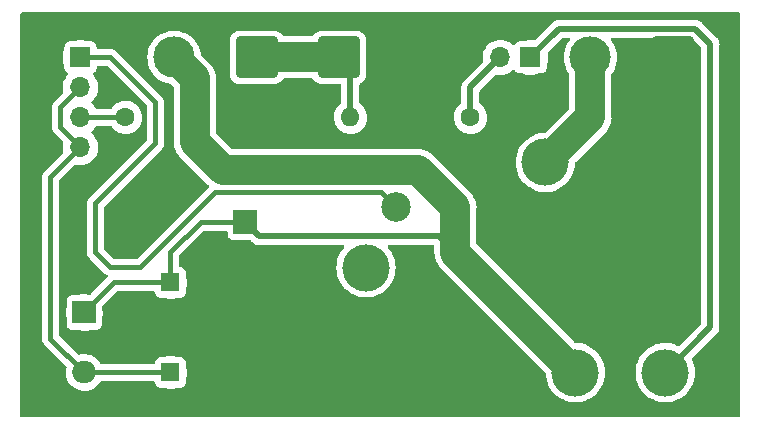
<source format=gbr>
%TF.GenerationSoftware,KiCad,Pcbnew,7.0.10-7.0.10~ubuntu22.04.1*%
%TF.CreationDate,2024-04-02T17:14:39-04:00*%
%TF.ProjectId,ground-test-controller,67726f75-6e64-42d7-9465-73742d636f6e,rev?*%
%TF.SameCoordinates,Original*%
%TF.FileFunction,Copper,L2,Bot*%
%TF.FilePolarity,Positive*%
%FSLAX46Y46*%
G04 Gerber Fmt 4.6, Leading zero omitted, Abs format (unit mm)*
G04 Created by KiCad (PCBNEW 7.0.10-7.0.10~ubuntu22.04.1) date 2024-04-02 17:14:39*
%MOMM*%
%LPD*%
G01*
G04 APERTURE LIST*
G04 Aperture macros list*
%AMRoundRect*
0 Rectangle with rounded corners*
0 $1 Rounding radius*
0 $2 $3 $4 $5 $6 $7 $8 $9 X,Y pos of 4 corners*
0 Add a 4 corners polygon primitive as box body*
4,1,4,$2,$3,$4,$5,$6,$7,$8,$9,$2,$3,0*
0 Add four circle primitives for the rounded corners*
1,1,$1+$1,$2,$3*
1,1,$1+$1,$4,$5*
1,1,$1+$1,$6,$7*
1,1,$1+$1,$8,$9*
0 Add four rect primitives between the rounded corners*
20,1,$1+$1,$2,$3,$4,$5,0*
20,1,$1+$1,$4,$5,$6,$7,0*
20,1,$1+$1,$6,$7,$8,$9,0*
20,1,$1+$1,$8,$9,$2,$3,0*%
G04 Aperture macros list end*
%TA.AperFunction,ComponentPad*%
%ADD10C,4.000000*%
%TD*%
%TA.AperFunction,ComponentPad*%
%ADD11C,2.500000*%
%TD*%
%TA.AperFunction,ComponentPad*%
%ADD12C,1.600000*%
%TD*%
%TA.AperFunction,ComponentPad*%
%ADD13R,1.600000X1.600000*%
%TD*%
%TA.AperFunction,ComponentPad*%
%ADD14O,2.000000X1.905000*%
%TD*%
%TA.AperFunction,ComponentPad*%
%ADD15R,2.000000X1.905000*%
%TD*%
%TA.AperFunction,ComponentPad*%
%ADD16O,1.600000X1.600000*%
%TD*%
%TA.AperFunction,ComponentPad*%
%ADD17O,1.700000X1.700000*%
%TD*%
%TA.AperFunction,ComponentPad*%
%ADD18R,1.700000X1.700000*%
%TD*%
%TA.AperFunction,ComponentPad*%
%ADD19C,3.500000*%
%TD*%
%TA.AperFunction,ComponentPad*%
%ADD20RoundRect,0.250002X-1.499998X-1.499998X1.499998X-1.499998X1.499998X1.499998X-1.499998X1.499998X0*%
%TD*%
%TA.AperFunction,ComponentPad*%
%ADD21C,2.000000*%
%TD*%
%TA.AperFunction,ComponentPad*%
%ADD22R,2.000000X2.000000*%
%TD*%
%TA.AperFunction,ComponentPad*%
%ADD23RoundRect,0.250002X1.499998X1.499998X-1.499998X1.499998X-1.499998X-1.499998X1.499998X-1.499998X0*%
%TD*%
%TA.AperFunction,Conductor*%
%ADD24C,2.540000*%
%TD*%
%TA.AperFunction,Conductor*%
%ADD25C,0.508000*%
%TD*%
%TA.AperFunction,Conductor*%
%ADD26C,0.400000*%
%TD*%
G04 APERTURE END LIST*
D10*
%TO.P,K1,6*%
%TO.N,/VSW*%
X73660000Y-55900000D03*
%TO.P,K1,5*%
%TO.N,/TEST*%
X81260000Y-55900000D03*
%TO.P,K1,4*%
%TO.N,/OUT*%
X71120000Y-38100000D03*
%TO.P,K1,3*%
%TO.N,Net-(K1-Pad3)*%
X55920000Y-47000000D03*
D11*
%TO.P,K1,2*%
%TO.N,/COIL*%
X58460000Y-41900000D03*
%TO.P,K1,1*%
%TO.N,GND*%
X58460000Y-52100000D03*
%TD*%
D12*
%TO.P,C1,2*%
%TO.N,GND*%
X41870000Y-48260000D03*
D13*
%TO.P,C1,1*%
%TO.N,/VSW*%
X39370000Y-48260000D03*
%TD*%
D14*
%TO.P,U1,3,VO*%
%TO.N,+5V*%
X32075000Y-55880000D03*
%TO.P,U1,2,GND*%
%TO.N,GND*%
X32075000Y-53340000D03*
D15*
%TO.P,U1,1,VI*%
%TO.N,/VSW*%
X32075000Y-50800000D03*
%TD*%
D16*
%TO.P,R1,2*%
%TO.N,GND*%
X35560000Y-44450000D03*
D12*
%TO.P,R1,1*%
%TO.N,/ALED*%
X35560000Y-34290000D03*
%TD*%
D17*
%TO.P,SW2,4,A*%
%TO.N,+5V*%
X31750000Y-36830000D03*
%TO.P,SW2,3,K*%
%TO.N,/ALED*%
X31750000Y-34290000D03*
%TO.P,SW2,2,2*%
%TO.N,+5V*%
X31750000Y-31750000D03*
D18*
%TO.P,SW2,1,1*%
%TO.N,/COIL*%
X31750000Y-29210000D03*
%TD*%
D16*
%TO.P,R2,2*%
%TO.N,+BATT*%
X54610000Y-34290000D03*
D12*
%TO.P,R2,1*%
%TO.N,/TLED*%
X64770000Y-34290000D03*
%TD*%
D19*
%TO.P,BT1,2,-*%
%TO.N,GND*%
X60650000Y-29210000D03*
D20*
%TO.P,BT1,1,+*%
%TO.N,+BATT*%
X53650000Y-29210000D03*
%TD*%
D21*
%TO.P,BZ1,2,+*%
%TO.N,GND*%
X45720000Y-35570000D03*
D22*
%TO.P,BZ1,1,-*%
%TO.N,/VSW*%
X45720000Y-43170000D03*
%TD*%
D19*
%TO.P,LA1,2,+*%
%TO.N,/OUT*%
X74930000Y-29210000D03*
D23*
%TO.P,LA1,1,-*%
%TO.N,GND*%
X81930000Y-29210000D03*
%TD*%
D19*
%TO.P,SW1,2,B*%
%TO.N,/VSW*%
X39680000Y-29210000D03*
D23*
%TO.P,SW1,1,A*%
%TO.N,+BATT*%
X46680000Y-29210000D03*
%TD*%
D12*
%TO.P,C2,2*%
%TO.N,GND*%
X41870000Y-55880000D03*
D13*
%TO.P,C2,1*%
%TO.N,+5V*%
X39370000Y-55880000D03*
%TD*%
D17*
%TO.P,D1,2,A*%
%TO.N,/TLED*%
X67310000Y-29210000D03*
D18*
%TO.P,D1,1,K*%
%TO.N,/TEST*%
X69850000Y-29210000D03*
%TD*%
D24*
%TO.N,/VSW*%
X41429999Y-36349999D02*
X43850000Y-38770000D01*
D25*
%TO.N,/TEST*%
X83811376Y-26806000D02*
X85090000Y-28084624D01*
%TO.N,/VSW*%
X45720000Y-43170000D02*
X46896000Y-44346000D01*
X62106000Y-44346000D02*
X63500000Y-45740000D01*
D26*
%TO.N,/COIL*%
X34290000Y-46990000D02*
X33020000Y-45720000D01*
X38100000Y-36500000D02*
X38100000Y-33020000D01*
%TO.N,+5V*%
X30050000Y-33450000D02*
X30050000Y-35130000D01*
D24*
%TO.N,/VSW*%
X39680000Y-29210000D02*
X41429999Y-30959999D01*
X41429999Y-30959999D02*
X41429999Y-36349999D01*
X43850000Y-38770000D02*
X60360000Y-38770000D01*
X60360000Y-38770000D02*
X63500000Y-41910000D01*
X63500000Y-41910000D02*
X63500000Y-45740000D01*
D25*
%TO.N,/TEST*%
X69850000Y-29210000D02*
X72254000Y-26806000D01*
X72254000Y-26806000D02*
X83811376Y-26806000D01*
X85090000Y-28084624D02*
X85090000Y-52070000D01*
X85090000Y-52070000D02*
X81260000Y-55900000D01*
%TO.N,/TLED*%
X64770000Y-34290000D02*
X64770000Y-31750000D01*
X64770000Y-31750000D02*
X67310000Y-29210000D01*
%TO.N,+BATT*%
X54610000Y-34290000D02*
X54610000Y-30170000D01*
X54610000Y-30170000D02*
X53650000Y-29210000D01*
D24*
X46680000Y-29210000D02*
X53650000Y-29210000D01*
D25*
%TO.N,/VSW*%
X46896000Y-44346000D02*
X62106000Y-44346000D01*
D24*
X63500000Y-45740000D02*
X73660000Y-55900000D01*
D25*
%TO.N,+BATT*%
X53650000Y-29520000D02*
X53650000Y-29210000D01*
D24*
%TO.N,/OUT*%
X71120000Y-38100000D02*
X74930000Y-34290000D01*
X74930000Y-34290000D02*
X74930000Y-29210000D01*
D26*
%TO.N,/COIL*%
X58460000Y-41900000D02*
X57200000Y-40640000D01*
X57200000Y-40640000D02*
X43180000Y-40640000D01*
X43180000Y-40640000D02*
X36830000Y-46990000D01*
X36830000Y-46990000D02*
X34290000Y-46990000D01*
X33020000Y-45720000D02*
X33020000Y-41580000D01*
X33020000Y-41580000D02*
X38100000Y-36500000D01*
X38100000Y-33020000D02*
X34290000Y-29210000D01*
X34290000Y-29210000D02*
X31750000Y-29210000D01*
%TO.N,+5V*%
X31750000Y-36830000D02*
X29210000Y-39370000D01*
X29210000Y-39370000D02*
X29210000Y-53015000D01*
X29210000Y-53015000D02*
X32075000Y-55880000D01*
%TO.N,/ALED*%
X31750000Y-34290000D02*
X35560000Y-34290000D01*
%TO.N,+5V*%
X31750000Y-31750000D02*
X30050000Y-33450000D01*
X30050000Y-35130000D02*
X31750000Y-36830000D01*
%TO.N,/VSW*%
X39370000Y-48260000D02*
X39370000Y-45720000D01*
X39370000Y-45720000D02*
X41920000Y-43170000D01*
X41920000Y-43170000D02*
X45720000Y-43170000D01*
X39370000Y-48260000D02*
X34615000Y-48260000D01*
X34615000Y-48260000D02*
X32075000Y-50800000D01*
%TO.N,+5V*%
X39370000Y-55880000D02*
X32075000Y-55880000D01*
%TD*%
%TA.AperFunction,Conductor*%
%TO.N,GND*%
G36*
X87571621Y-25420502D02*
G01*
X87618114Y-25474158D01*
X87629500Y-25526500D01*
X87629500Y-59563500D01*
X87609498Y-59631621D01*
X87555842Y-59678114D01*
X87503500Y-59689500D01*
X26796500Y-59689500D01*
X26728379Y-59669498D01*
X26681886Y-59615842D01*
X26670500Y-59563500D01*
X26670500Y-53058092D01*
X28497598Y-53058092D01*
X28508559Y-53117910D01*
X28509704Y-53125433D01*
X28517033Y-53185794D01*
X28517034Y-53185798D01*
X28520650Y-53195333D01*
X28526771Y-53217289D01*
X28528612Y-53227332D01*
X28553572Y-53282794D01*
X28556483Y-53289821D01*
X28571664Y-53329847D01*
X28578046Y-53346675D01*
X28583513Y-53354595D01*
X28583840Y-53355069D01*
X28595035Y-53374919D01*
X28599223Y-53384222D01*
X28599225Y-53384226D01*
X28636726Y-53432093D01*
X28641234Y-53438220D01*
X28675783Y-53488271D01*
X28675784Y-53488272D01*
X28675785Y-53488273D01*
X28699810Y-53509557D01*
X28721316Y-53528610D01*
X28726857Y-53533827D01*
X30543027Y-55349997D01*
X30577053Y-55412309D01*
X30577386Y-55464295D01*
X30530798Y-55692500D01*
X30520718Y-55942633D01*
X30520718Y-55942640D01*
X30550893Y-56191150D01*
X30550893Y-56191152D01*
X30620538Y-56431597D01*
X30620542Y-56431608D01*
X30727857Y-56657769D01*
X30727858Y-56657771D01*
X30727859Y-56657772D01*
X30800941Y-56763650D01*
X30870069Y-56863798D01*
X30870072Y-56863802D01*
X31042447Y-57043261D01*
X31043484Y-57044341D01*
X31243615Y-57194730D01*
X31243620Y-57194732D01*
X31243622Y-57194734D01*
X31465276Y-57311068D01*
X31465279Y-57311069D01*
X31702734Y-57390343D01*
X31949831Y-57430500D01*
X31949835Y-57430500D01*
X32137490Y-57430500D01*
X32137490Y-57430499D01*
X32324527Y-57415400D01*
X32567591Y-57355490D01*
X32797897Y-57257366D01*
X33009481Y-57123568D01*
X33196862Y-56957563D01*
X33355188Y-56763650D01*
X33419937Y-56651499D01*
X33471318Y-56602507D01*
X33529056Y-56588500D01*
X37935500Y-56588500D01*
X38003621Y-56608502D01*
X38050114Y-56662158D01*
X38061500Y-56714500D01*
X38061500Y-56728649D01*
X38068009Y-56789196D01*
X38068011Y-56789204D01*
X38119110Y-56926202D01*
X38119112Y-56926207D01*
X38206738Y-57043261D01*
X38323792Y-57130887D01*
X38323794Y-57130888D01*
X38323796Y-57130889D01*
X38382875Y-57152924D01*
X38460795Y-57181988D01*
X38460803Y-57181990D01*
X38521350Y-57188499D01*
X38521355Y-57188499D01*
X38521362Y-57188500D01*
X38847867Y-57188500D01*
X38889841Y-57195696D01*
X39015829Y-57240211D01*
X39250800Y-57280500D01*
X39250804Y-57280500D01*
X39429487Y-57280500D01*
X39429497Y-57280500D01*
X39607541Y-57265346D01*
X39838249Y-57205275D01*
X39850618Y-57199683D01*
X39902515Y-57188500D01*
X40218632Y-57188500D01*
X40218638Y-57188500D01*
X40218645Y-57188499D01*
X40218649Y-57188499D01*
X40279196Y-57181990D01*
X40279199Y-57181989D01*
X40279201Y-57181989D01*
X40416204Y-57130889D01*
X40442936Y-57110878D01*
X40533261Y-57043261D01*
X40620887Y-56926207D01*
X40620887Y-56926206D01*
X40620889Y-56926204D01*
X40671989Y-56789201D01*
X40678500Y-56728638D01*
X40678500Y-56408916D01*
X40684023Y-56372020D01*
X40732102Y-56215026D01*
X40744016Y-56176123D01*
X40744017Y-56176118D01*
X40744018Y-56176112D01*
X40774298Y-55939654D01*
X40774298Y-55939646D01*
X40764180Y-55701467D01*
X40739075Y-55584980D01*
X40713954Y-55468419D01*
X40712297Y-55464295D01*
X40687586Y-55402799D01*
X40678500Y-55355819D01*
X40678500Y-55031367D01*
X40678499Y-55031350D01*
X40671990Y-54970803D01*
X40671988Y-54970795D01*
X40620889Y-54833797D01*
X40620887Y-54833792D01*
X40533261Y-54716738D01*
X40416207Y-54629112D01*
X40416202Y-54629110D01*
X40279204Y-54578011D01*
X40279196Y-54578009D01*
X40218649Y-54571500D01*
X40218638Y-54571500D01*
X39892133Y-54571500D01*
X39850158Y-54564303D01*
X39804951Y-54548330D01*
X39724172Y-54519789D01*
X39677176Y-54511731D01*
X39489200Y-54479500D01*
X39310503Y-54479500D01*
X39310490Y-54479500D01*
X39132463Y-54494653D01*
X39132461Y-54494653D01*
X39132459Y-54494654D01*
X39037138Y-54519473D01*
X38901752Y-54554724D01*
X38893121Y-54558625D01*
X38889381Y-54560316D01*
X38837485Y-54571500D01*
X38521350Y-54571500D01*
X38460803Y-54578009D01*
X38460795Y-54578011D01*
X38323797Y-54629110D01*
X38323792Y-54629112D01*
X38206738Y-54716738D01*
X38119112Y-54833792D01*
X38119110Y-54833797D01*
X38068011Y-54970795D01*
X38068009Y-54970803D01*
X38061500Y-55031350D01*
X38061500Y-55045500D01*
X38041498Y-55113621D01*
X37987842Y-55160114D01*
X37935500Y-55171500D01*
X33534689Y-55171500D01*
X33466568Y-55151498D01*
X33426291Y-55105703D01*
X33424684Y-55106632D01*
X33422143Y-55102232D01*
X33422142Y-55102231D01*
X33422141Y-55102228D01*
X33279932Y-54896203D01*
X33279929Y-54896200D01*
X33279927Y-54896197D01*
X33106517Y-54715660D01*
X33071219Y-54689135D01*
X32906385Y-54565270D01*
X32906380Y-54565267D01*
X32906377Y-54565265D01*
X32684723Y-54448931D01*
X32684720Y-54448930D01*
X32447264Y-54369656D01*
X32200178Y-54329501D01*
X32200172Y-54329500D01*
X32200169Y-54329500D01*
X32012519Y-54329500D01*
X32012508Y-54329500D01*
X31825476Y-54344599D01*
X31825474Y-54344599D01*
X31666704Y-54383731D01*
X31595776Y-54380612D01*
X31547457Y-54350487D01*
X29955405Y-52758435D01*
X29921379Y-52696123D01*
X29918500Y-52669340D01*
X29918500Y-39715659D01*
X29938502Y-39647538D01*
X29955400Y-39626569D01*
X31263788Y-38318180D01*
X31326098Y-38284157D01*
X31383812Y-38285132D01*
X31419121Y-38294074D01*
X31502169Y-38315106D01*
X31502174Y-38315107D01*
X31502175Y-38315107D01*
X31502179Y-38315108D01*
X31687933Y-38330500D01*
X31687939Y-38330500D01*
X31812061Y-38330500D01*
X31812067Y-38330500D01*
X31997821Y-38315108D01*
X32238881Y-38254063D01*
X32466607Y-38154173D01*
X32674785Y-38018164D01*
X32857732Y-37849750D01*
X32857733Y-37849748D01*
X32857738Y-37849744D01*
X33010474Y-37653509D01*
X33128828Y-37434810D01*
X33209571Y-37199614D01*
X33250500Y-36954335D01*
X33250500Y-36705665D01*
X33209571Y-36460386D01*
X33128828Y-36225190D01*
X33010474Y-36006491D01*
X32857738Y-35810256D01*
X32857736Y-35810254D01*
X32857732Y-35810249D01*
X32686588Y-35652701D01*
X32650017Y-35591849D01*
X32652150Y-35520884D01*
X32686588Y-35467299D01*
X32857732Y-35309750D01*
X32857733Y-35309748D01*
X32857738Y-35309744D01*
X33010474Y-35113509D01*
X33025030Y-35086612D01*
X33036981Y-35064530D01*
X33086995Y-35014140D01*
X33147794Y-34998500D01*
X34281164Y-34998500D01*
X34349285Y-35018502D01*
X34388456Y-35058437D01*
X34429928Y-35125791D01*
X34429929Y-35125793D01*
X34429931Y-35125795D01*
X34524204Y-35232910D01*
X34578563Y-35294674D01*
X34587436Y-35304755D01*
X34772920Y-35454523D01*
X34981046Y-35570790D01*
X35029509Y-35587913D01*
X35205821Y-35650209D01*
X35205825Y-35650209D01*
X35205829Y-35650211D01*
X35440800Y-35690500D01*
X35440804Y-35690500D01*
X35619487Y-35690500D01*
X35619497Y-35690500D01*
X35797541Y-35675346D01*
X36028249Y-35615275D01*
X36245486Y-35517077D01*
X36443003Y-35383579D01*
X36615118Y-35218621D01*
X36756879Y-35026947D01*
X36864207Y-34814074D01*
X36934016Y-34586123D01*
X36934016Y-34586118D01*
X36934018Y-34586112D01*
X36964298Y-34349654D01*
X36964298Y-34349646D01*
X36954180Y-34111467D01*
X36903953Y-33878416D01*
X36858749Y-33765924D01*
X36815064Y-33657210D01*
X36690069Y-33454205D01*
X36532564Y-33275245D01*
X36347080Y-33125477D01*
X36138954Y-33009210D01*
X36138953Y-33009209D01*
X36138952Y-33009209D01*
X35914178Y-32929790D01*
X35861075Y-32920685D01*
X35679200Y-32889500D01*
X35500503Y-32889500D01*
X35500490Y-32889500D01*
X35322463Y-32904653D01*
X35322461Y-32904653D01*
X35322459Y-32904654D01*
X35210245Y-32933872D01*
X35091754Y-32964724D01*
X35091752Y-32964724D01*
X35091751Y-32964725D01*
X35056004Y-32980884D01*
X34874515Y-33062922D01*
X34874513Y-33062923D01*
X34698021Y-33182211D01*
X34676997Y-33196421D01*
X34504882Y-33361379D01*
X34379856Y-33530425D01*
X34323269Y-33573299D01*
X34278554Y-33581500D01*
X33147794Y-33581500D01*
X33079673Y-33561498D01*
X33036981Y-33515470D01*
X33010477Y-33466496D01*
X33010473Y-33466490D01*
X32931994Y-33365660D01*
X32857738Y-33270256D01*
X32857736Y-33270254D01*
X32857732Y-33270249D01*
X32686588Y-33112701D01*
X32650017Y-33051849D01*
X32652150Y-32980884D01*
X32686588Y-32927299D01*
X32857732Y-32769750D01*
X32857733Y-32769748D01*
X32857738Y-32769744D01*
X33010474Y-32573509D01*
X33128828Y-32354810D01*
X33209571Y-32119614D01*
X33250500Y-31874335D01*
X33250500Y-31625665D01*
X33209571Y-31380386D01*
X33128828Y-31145190D01*
X33010474Y-30926491D01*
X32857738Y-30730256D01*
X32832700Y-30707207D01*
X32796130Y-30646355D01*
X32798265Y-30575390D01*
X32838427Y-30516845D01*
X32842530Y-30513639D01*
X32846207Y-30510887D01*
X32963261Y-30423261D01*
X33024337Y-30341673D01*
X33050887Y-30306207D01*
X33050887Y-30306206D01*
X33050889Y-30306204D01*
X33101989Y-30169201D01*
X33102616Y-30163376D01*
X33108499Y-30108649D01*
X33108500Y-30108632D01*
X33108500Y-30044500D01*
X33128502Y-29976379D01*
X33182158Y-29929886D01*
X33234500Y-29918500D01*
X33944340Y-29918500D01*
X34012461Y-29938502D01*
X34033435Y-29955405D01*
X37354595Y-33276565D01*
X37388621Y-33338877D01*
X37391500Y-33365660D01*
X37391500Y-36154339D01*
X37371498Y-36222460D01*
X37354595Y-36243434D01*
X32536856Y-41061172D01*
X32531316Y-41066388D01*
X32485784Y-41106726D01*
X32451237Y-41156774D01*
X32446731Y-41162898D01*
X32409228Y-41210769D01*
X32409222Y-41210779D01*
X32405035Y-41220080D01*
X32393846Y-41239921D01*
X32388045Y-41248326D01*
X32366482Y-41305183D01*
X32363570Y-41312211D01*
X32338613Y-41367665D01*
X32338609Y-41367678D01*
X32336770Y-41377711D01*
X32330651Y-41399661D01*
X32327034Y-41409199D01*
X32319705Y-41469554D01*
X32318561Y-41477071D01*
X32307598Y-41536906D01*
X32311270Y-41597608D01*
X32311500Y-41605216D01*
X32311500Y-45694782D01*
X32311269Y-45702390D01*
X32307598Y-45763093D01*
X32312369Y-45789131D01*
X32318559Y-45822910D01*
X32319704Y-45830433D01*
X32327033Y-45890794D01*
X32327034Y-45890798D01*
X32330650Y-45900333D01*
X32336771Y-45922289D01*
X32338612Y-45932332D01*
X32363572Y-45987794D01*
X32366483Y-45994821D01*
X32380393Y-46031497D01*
X32388046Y-46051675D01*
X32393840Y-46060069D01*
X32405035Y-46079919D01*
X32409223Y-46089222D01*
X32409225Y-46089226D01*
X32446726Y-46137093D01*
X32451234Y-46143220D01*
X32485783Y-46193271D01*
X32531316Y-46233610D01*
X32536857Y-46238827D01*
X33771171Y-47473141D01*
X33776387Y-47478682D01*
X33816724Y-47524212D01*
X33816727Y-47524215D01*
X33866783Y-47558766D01*
X33872885Y-47563256D01*
X33920774Y-47600775D01*
X33930063Y-47604955D01*
X33949932Y-47616161D01*
X33958321Y-47621951D01*
X33958325Y-47621954D01*
X33988361Y-47633345D01*
X34044962Y-47676203D01*
X34069407Y-47742858D01*
X34053935Y-47812149D01*
X34032776Y-47840252D01*
X32604399Y-49268629D01*
X32542087Y-49302655D01*
X32475406Y-49299050D01*
X32447268Y-49289656D01*
X32200178Y-49249501D01*
X32200172Y-49249500D01*
X32200169Y-49249500D01*
X32012519Y-49249500D01*
X32012508Y-49249500D01*
X31825477Y-49264599D01*
X31582404Y-49324511D01*
X31573771Y-49328190D01*
X31572064Y-49328917D01*
X31522676Y-49339000D01*
X31026350Y-49339000D01*
X30965803Y-49345509D01*
X30965795Y-49345511D01*
X30828797Y-49396610D01*
X30828792Y-49396612D01*
X30711738Y-49484238D01*
X30624112Y-49601292D01*
X30624110Y-49601297D01*
X30573011Y-49738295D01*
X30573009Y-49738303D01*
X30566500Y-49798850D01*
X30566500Y-50424887D01*
X30563954Y-50450090D01*
X30530798Y-50612500D01*
X30520718Y-50862633D01*
X30520718Y-50862640D01*
X30550893Y-51111149D01*
X30561525Y-51147854D01*
X30566500Y-51182910D01*
X30566500Y-51801149D01*
X30573009Y-51861696D01*
X30573011Y-51861704D01*
X30624110Y-51998702D01*
X30624112Y-51998707D01*
X30711738Y-52115761D01*
X30828792Y-52203387D01*
X30828794Y-52203388D01*
X30828796Y-52203389D01*
X30887875Y-52225424D01*
X30965795Y-52254488D01*
X30965803Y-52254490D01*
X31026350Y-52260999D01*
X31026355Y-52260999D01*
X31026362Y-52261000D01*
X31534455Y-52261000D01*
X31574355Y-52267484D01*
X31702734Y-52310343D01*
X31949831Y-52350500D01*
X31949835Y-52350500D01*
X32137490Y-52350500D01*
X32137490Y-52350499D01*
X32324527Y-52335400D01*
X32567591Y-52275490D01*
X32577935Y-52271082D01*
X32627324Y-52261000D01*
X33123632Y-52261000D01*
X33123638Y-52261000D01*
X33123645Y-52260999D01*
X33123649Y-52260999D01*
X33184196Y-52254490D01*
X33184199Y-52254489D01*
X33184201Y-52254489D01*
X33321204Y-52203389D01*
X33395333Y-52147897D01*
X33438261Y-52115761D01*
X33525887Y-51998707D01*
X33525887Y-51998706D01*
X33525889Y-51998704D01*
X33576989Y-51861701D01*
X33583500Y-51801138D01*
X33583500Y-51175111D01*
X33586046Y-51149908D01*
X33619202Y-50987500D01*
X33629282Y-50737365D01*
X33599107Y-50488851D01*
X33588474Y-50452139D01*
X33583500Y-50417086D01*
X33583500Y-50345660D01*
X33603502Y-50277539D01*
X33620405Y-50256565D01*
X34871566Y-49005405D01*
X34933878Y-48971379D01*
X34960661Y-48968500D01*
X37935500Y-48968500D01*
X38003621Y-48988502D01*
X38050114Y-49042158D01*
X38061500Y-49094500D01*
X38061500Y-49108649D01*
X38068009Y-49169196D01*
X38068011Y-49169204D01*
X38119110Y-49306202D01*
X38119112Y-49306207D01*
X38206738Y-49423261D01*
X38323792Y-49510887D01*
X38323794Y-49510888D01*
X38323796Y-49510889D01*
X38382875Y-49532924D01*
X38460795Y-49561988D01*
X38460803Y-49561990D01*
X38521350Y-49568499D01*
X38521355Y-49568499D01*
X38521362Y-49568500D01*
X38847867Y-49568500D01*
X38889841Y-49575696D01*
X39015829Y-49620211D01*
X39250800Y-49660500D01*
X39250804Y-49660500D01*
X39429487Y-49660500D01*
X39429497Y-49660500D01*
X39607541Y-49645346D01*
X39838249Y-49585275D01*
X39850618Y-49579683D01*
X39902515Y-49568500D01*
X40218632Y-49568500D01*
X40218638Y-49568500D01*
X40218645Y-49568499D01*
X40218649Y-49568499D01*
X40279196Y-49561990D01*
X40279199Y-49561989D01*
X40279201Y-49561989D01*
X40416204Y-49510889D01*
X40419396Y-49508500D01*
X40533261Y-49423261D01*
X40620887Y-49306207D01*
X40620887Y-49306206D01*
X40620889Y-49306204D01*
X40671989Y-49169201D01*
X40678500Y-49108638D01*
X40678500Y-48788916D01*
X40684023Y-48752020D01*
X40693652Y-48720578D01*
X40744016Y-48556123D01*
X40744017Y-48556118D01*
X40744018Y-48556112D01*
X40774298Y-48319654D01*
X40774298Y-48319646D01*
X40764180Y-48081467D01*
X40754667Y-48037328D01*
X40713954Y-47848419D01*
X40710672Y-47840252D01*
X40687586Y-47782799D01*
X40678500Y-47735819D01*
X40678500Y-47411367D01*
X40678499Y-47411350D01*
X40671990Y-47350803D01*
X40671988Y-47350795D01*
X40620889Y-47213797D01*
X40620887Y-47213792D01*
X40533261Y-47096738D01*
X40416207Y-47009112D01*
X40416202Y-47009110D01*
X40279204Y-46958011D01*
X40279196Y-46958009D01*
X40218649Y-46951500D01*
X40218638Y-46951500D01*
X40204500Y-46951500D01*
X40136379Y-46931498D01*
X40089886Y-46877842D01*
X40078500Y-46825500D01*
X40078500Y-46065660D01*
X40098502Y-45997539D01*
X40115405Y-45976565D01*
X42176565Y-43915405D01*
X42238877Y-43881379D01*
X42265660Y-43878500D01*
X44085500Y-43878500D01*
X44153621Y-43898502D01*
X44200114Y-43952158D01*
X44211500Y-44004500D01*
X44211500Y-44218649D01*
X44218009Y-44279196D01*
X44218011Y-44279204D01*
X44269110Y-44416202D01*
X44269112Y-44416207D01*
X44356738Y-44533261D01*
X44473792Y-44620887D01*
X44473794Y-44620888D01*
X44473796Y-44620889D01*
X44532875Y-44642924D01*
X44610795Y-44671988D01*
X44610803Y-44671990D01*
X44671350Y-44678499D01*
X44671355Y-44678499D01*
X44671362Y-44678500D01*
X46097972Y-44678500D01*
X46166093Y-44698502D01*
X46187067Y-44715405D01*
X46311058Y-44839396D01*
X46323031Y-44853250D01*
X46337602Y-44872822D01*
X46376168Y-44905182D01*
X46384261Y-44912599D01*
X46388235Y-44916573D01*
X46412952Y-44936117D01*
X46415767Y-44938409D01*
X46474147Y-44987396D01*
X46474149Y-44987397D01*
X46480279Y-44991429D01*
X46480244Y-44991480D01*
X46486697Y-44995591D01*
X46486729Y-44995540D01*
X46492973Y-44999391D01*
X46492977Y-44999393D01*
X46492980Y-44999395D01*
X46562045Y-45031600D01*
X46565344Y-45033198D01*
X46633430Y-45067392D01*
X46633434Y-45067394D01*
X46633438Y-45067395D01*
X46640333Y-45069905D01*
X46640311Y-45069963D01*
X46647537Y-45072474D01*
X46647557Y-45072416D01*
X46654526Y-45074725D01*
X46729161Y-45090135D01*
X46732701Y-45090920D01*
X46806872Y-45108499D01*
X46806873Y-45108499D01*
X46806877Y-45108500D01*
X46806881Y-45108500D01*
X46814166Y-45109352D01*
X46814158Y-45109412D01*
X46821773Y-45110190D01*
X46821779Y-45110129D01*
X46829083Y-45110767D01*
X46829091Y-45110769D01*
X46905254Y-45108552D01*
X46908918Y-45108500D01*
X53961398Y-45108500D01*
X54029519Y-45128502D01*
X54076012Y-45182158D01*
X54086116Y-45252432D01*
X54058483Y-45314816D01*
X53886562Y-45522631D01*
X53717443Y-45789121D01*
X53717436Y-45789135D01*
X53583044Y-46074732D01*
X53583039Y-46074745D01*
X53485507Y-46374919D01*
X53485504Y-46374932D01*
X53426359Y-46684975D01*
X53426357Y-46684992D01*
X53406540Y-46999993D01*
X53406540Y-47000006D01*
X53426357Y-47315007D01*
X53426359Y-47315024D01*
X53485504Y-47625067D01*
X53485507Y-47625080D01*
X53583039Y-47925254D01*
X53583044Y-47925266D01*
X53717438Y-48210869D01*
X53717440Y-48210872D01*
X53717443Y-48210878D01*
X53886562Y-48477368D01*
X54087763Y-48720578D01*
X54087766Y-48720580D01*
X54087767Y-48720582D01*
X54160535Y-48788916D01*
X54317860Y-48936654D01*
X54554591Y-49108649D01*
X54573221Y-49122184D01*
X54849821Y-49274247D01*
X55143298Y-49390443D01*
X55449025Y-49468940D01*
X55449033Y-49468941D01*
X55449032Y-49468941D01*
X55613129Y-49489670D01*
X55762179Y-49508500D01*
X55762183Y-49508500D01*
X56077817Y-49508500D01*
X56077821Y-49508500D01*
X56390975Y-49468940D01*
X56696702Y-49390443D01*
X56990179Y-49274247D01*
X57266779Y-49122184D01*
X57522140Y-48936654D01*
X57752233Y-48720582D01*
X57953432Y-48477375D01*
X57953434Y-48477370D01*
X57953437Y-48477368D01*
X58122556Y-48210878D01*
X58122562Y-48210869D01*
X58256956Y-47925266D01*
X58354495Y-47625072D01*
X58413641Y-47315020D01*
X58413642Y-47315007D01*
X58433460Y-47000006D01*
X58433460Y-46999993D01*
X58413642Y-46684992D01*
X58413640Y-46684975D01*
X58354495Y-46374928D01*
X58295471Y-46193271D01*
X58256960Y-46074745D01*
X58256955Y-46074732D01*
X58246105Y-46051674D01*
X58122562Y-45789131D01*
X58106038Y-45763093D01*
X57953437Y-45522631D01*
X57781517Y-45314816D01*
X57753507Y-45249578D01*
X57765214Y-45179553D01*
X57812921Y-45126974D01*
X57878602Y-45108500D01*
X61595500Y-45108500D01*
X61663621Y-45128502D01*
X61710114Y-45182158D01*
X61721500Y-45234500D01*
X61721500Y-45704390D01*
X61721412Y-45709100D01*
X61717761Y-45806687D01*
X61728692Y-45903713D01*
X61729132Y-45908401D01*
X61736433Y-46005814D01*
X61742294Y-46031497D01*
X61744658Y-46045415D01*
X61747606Y-46071572D01*
X61772878Y-46165887D01*
X61774012Y-46170460D01*
X61795747Y-46265691D01*
X61805368Y-46290203D01*
X61809784Y-46303622D01*
X61816598Y-46329051D01*
X61816601Y-46329059D01*
X61855641Y-46418542D01*
X61857443Y-46422892D01*
X61893131Y-46513819D01*
X61893134Y-46513826D01*
X61900560Y-46526689D01*
X61906292Y-46536617D01*
X61912659Y-46549229D01*
X61923190Y-46573366D01*
X61975161Y-46656077D01*
X61977593Y-46660114D01*
X62026412Y-46744672D01*
X62026416Y-46744678D01*
X62042824Y-46765252D01*
X62050998Y-46776772D01*
X62065010Y-46799071D01*
X62065013Y-46799074D01*
X62065017Y-46799080D01*
X62128710Y-46873092D01*
X62131716Y-46876719D01*
X62192614Y-46953082D01*
X62264200Y-47019503D01*
X62267594Y-47022773D01*
X71112988Y-55868166D01*
X71147014Y-55930478D01*
X71149644Y-55949350D01*
X71166357Y-56215003D01*
X71166360Y-56215026D01*
X71225504Y-56525067D01*
X71225507Y-56525080D01*
X71323039Y-56825254D01*
X71323044Y-56825267D01*
X71370543Y-56926207D01*
X71457438Y-57110869D01*
X71457440Y-57110872D01*
X71457443Y-57110878D01*
X71626562Y-57377368D01*
X71827763Y-57620578D01*
X71827766Y-57620580D01*
X71827767Y-57620582D01*
X72057860Y-57836654D01*
X72313221Y-58022184D01*
X72589821Y-58174247D01*
X72883298Y-58290443D01*
X73189025Y-58368940D01*
X73189033Y-58368941D01*
X73189032Y-58368941D01*
X73353129Y-58389670D01*
X73502179Y-58408500D01*
X73502183Y-58408500D01*
X73817817Y-58408500D01*
X73817821Y-58408500D01*
X74130975Y-58368940D01*
X74436702Y-58290443D01*
X74730179Y-58174247D01*
X75006779Y-58022184D01*
X75262140Y-57836654D01*
X75492233Y-57620582D01*
X75693432Y-57377375D01*
X75693434Y-57377370D01*
X75693437Y-57377368D01*
X75854505Y-57123565D01*
X75862562Y-57110869D01*
X75996956Y-56825266D01*
X76094495Y-56525072D01*
X76153641Y-56215020D01*
X76156088Y-56176123D01*
X76173460Y-55900006D01*
X76173460Y-55899993D01*
X76153642Y-55584992D01*
X76153640Y-55584975D01*
X76094495Y-55274928D01*
X76039812Y-55106632D01*
X75996960Y-54974745D01*
X75996955Y-54974732D01*
X75930636Y-54833797D01*
X75862562Y-54689131D01*
X75824473Y-54629112D01*
X75693437Y-54422631D01*
X75492236Y-54179421D01*
X75262139Y-53963345D01*
X75006781Y-53777817D01*
X74811307Y-53670354D01*
X74730179Y-53625753D01*
X74436702Y-53509557D01*
X74130975Y-53431060D01*
X74130970Y-53431059D01*
X74130965Y-53431058D01*
X74130967Y-53431058D01*
X73817835Y-53391501D01*
X73817824Y-53391500D01*
X73817821Y-53391500D01*
X73817817Y-53391500D01*
X73718868Y-53391500D01*
X73650747Y-53371498D01*
X73629773Y-53354595D01*
X65315405Y-45040226D01*
X65281379Y-44977914D01*
X65278500Y-44951131D01*
X65278500Y-41945626D01*
X65278588Y-41940915D01*
X65279159Y-41925659D01*
X65282240Y-41843314D01*
X65271299Y-41746222D01*
X65270866Y-41741596D01*
X65263567Y-41644185D01*
X65257707Y-41618513D01*
X65255343Y-41604600D01*
X65252395Y-41578429D01*
X65227115Y-41484084D01*
X65225982Y-41479513D01*
X65207756Y-41399661D01*
X65204252Y-41384308D01*
X65194630Y-41359795D01*
X65190215Y-41346376D01*
X65183404Y-41320952D01*
X65144335Y-41231405D01*
X65142551Y-41227100D01*
X65106866Y-41136174D01*
X65093703Y-41113377D01*
X65087335Y-41100761D01*
X65076810Y-41076635D01*
X65076807Y-41076630D01*
X65024834Y-40993918D01*
X65022410Y-40989893D01*
X64973585Y-40905325D01*
X64957168Y-40884739D01*
X64948998Y-40873223D01*
X64934990Y-40850930D01*
X64871279Y-40776896D01*
X64868274Y-40773268D01*
X64807389Y-40696922D01*
X64807385Y-40696918D01*
X64735798Y-40630495D01*
X64732404Y-40627225D01*
X61642773Y-37537594D01*
X61639503Y-37534200D01*
X61573082Y-37462614D01*
X61496719Y-37401716D01*
X61493092Y-37398710D01*
X61419080Y-37335017D01*
X61419074Y-37335013D01*
X61419071Y-37335010D01*
X61419065Y-37335006D01*
X61419062Y-37335004D01*
X61396776Y-37321001D01*
X61385252Y-37312824D01*
X61364678Y-37296416D01*
X61364672Y-37296412D01*
X61280114Y-37247593D01*
X61276093Y-37245170D01*
X61193368Y-37193191D01*
X61193366Y-37193190D01*
X61169229Y-37182659D01*
X61156617Y-37176292D01*
X61146689Y-37170560D01*
X61133826Y-37163134D01*
X61133820Y-37163131D01*
X61133819Y-37163131D01*
X61042892Y-37127443D01*
X61038542Y-37125641D01*
X60949059Y-37086601D01*
X60949051Y-37086598D01*
X60949049Y-37086597D01*
X60949048Y-37086597D01*
X60923622Y-37079784D01*
X60910203Y-37075368D01*
X60885691Y-37065747D01*
X60790460Y-37044012D01*
X60785887Y-37042878D01*
X60691571Y-37017606D01*
X60691574Y-37017606D01*
X60665415Y-37014658D01*
X60651497Y-37012294D01*
X60647098Y-37011290D01*
X60625815Y-37006433D01*
X60616808Y-37005758D01*
X60528401Y-36999132D01*
X60523713Y-36998692D01*
X60426690Y-36987761D01*
X60426687Y-36987761D01*
X60355068Y-36990440D01*
X60329101Y-36991412D01*
X60324391Y-36991500D01*
X44638869Y-36991500D01*
X44570748Y-36971498D01*
X44549774Y-36954595D01*
X43245404Y-35650225D01*
X43211378Y-35587913D01*
X43208499Y-35561130D01*
X43208499Y-30995597D01*
X43208587Y-30990886D01*
X43208676Y-30988500D01*
X43212238Y-30893312D01*
X43201300Y-30796246D01*
X43200867Y-30791620D01*
X43198539Y-30760552D01*
X44421499Y-30760552D01*
X44432112Y-30864424D01*
X44432113Y-30864425D01*
X44487885Y-31032737D01*
X44580970Y-31183651D01*
X44580975Y-31183657D01*
X44706342Y-31309024D01*
X44706348Y-31309029D01*
X44706349Y-31309030D01*
X44747278Y-31334275D01*
X44857262Y-31402114D01*
X44909281Y-31419351D01*
X45025575Y-31457887D01*
X45129448Y-31468500D01*
X45129456Y-31468500D01*
X48230552Y-31468500D01*
X48322882Y-31459066D01*
X48334425Y-31457887D01*
X48502737Y-31402114D01*
X48653651Y-31309030D01*
X48779030Y-31183651D01*
X48862481Y-31048353D01*
X48915266Y-31000875D01*
X48969722Y-30988500D01*
X51360278Y-30988500D01*
X51428399Y-31008502D01*
X51467519Y-31048354D01*
X51550968Y-31183648D01*
X51550975Y-31183657D01*
X51676342Y-31309024D01*
X51676348Y-31309029D01*
X51676349Y-31309030D01*
X51717278Y-31334275D01*
X51827262Y-31402114D01*
X51879281Y-31419351D01*
X51995575Y-31457887D01*
X52099448Y-31468500D01*
X52099456Y-31468500D01*
X53721500Y-31468500D01*
X53789621Y-31488502D01*
X53836114Y-31542158D01*
X53847500Y-31594500D01*
X53847500Y-33048056D01*
X53827498Y-33116177D01*
X53792057Y-33152448D01*
X53726998Y-33196420D01*
X53726997Y-33196421D01*
X53554879Y-33361381D01*
X53413119Y-33553054D01*
X53305794Y-33765924D01*
X53305789Y-33765936D01*
X53235983Y-33993878D01*
X53235981Y-33993887D01*
X53205701Y-34230345D01*
X53205701Y-34230353D01*
X53215819Y-34468532D01*
X53266046Y-34701583D01*
X53311245Y-34814063D01*
X53354936Y-34922790D01*
X53479931Y-35125795D01*
X53479934Y-35125798D01*
X53628563Y-35294674D01*
X53637436Y-35304755D01*
X53822920Y-35454523D01*
X54031046Y-35570790D01*
X54079509Y-35587913D01*
X54255821Y-35650209D01*
X54255825Y-35650209D01*
X54255829Y-35650211D01*
X54490800Y-35690500D01*
X54490804Y-35690500D01*
X54669487Y-35690500D01*
X54669497Y-35690500D01*
X54847541Y-35675346D01*
X55078249Y-35615275D01*
X55295486Y-35517077D01*
X55493003Y-35383579D01*
X55665118Y-35218621D01*
X55806879Y-35026947D01*
X55914207Y-34814074D01*
X55984016Y-34586123D01*
X55984016Y-34586118D01*
X55984018Y-34586112D01*
X56014298Y-34349654D01*
X56014298Y-34349646D01*
X56009230Y-34230353D01*
X63365701Y-34230353D01*
X63375819Y-34468532D01*
X63426046Y-34701583D01*
X63471245Y-34814063D01*
X63514936Y-34922790D01*
X63639931Y-35125795D01*
X63639934Y-35125798D01*
X63788563Y-35294674D01*
X63797436Y-35304755D01*
X63982920Y-35454523D01*
X64191046Y-35570790D01*
X64239509Y-35587913D01*
X64415821Y-35650209D01*
X64415825Y-35650209D01*
X64415829Y-35650211D01*
X64650800Y-35690500D01*
X64650804Y-35690500D01*
X64829487Y-35690500D01*
X64829497Y-35690500D01*
X65007541Y-35675346D01*
X65238249Y-35615275D01*
X65455486Y-35517077D01*
X65653003Y-35383579D01*
X65825118Y-35218621D01*
X65966879Y-35026947D01*
X66074207Y-34814074D01*
X66144016Y-34586123D01*
X66144016Y-34586118D01*
X66144018Y-34586112D01*
X66174298Y-34349654D01*
X66174298Y-34349646D01*
X66164180Y-34111467D01*
X66113953Y-33878416D01*
X66068749Y-33765924D01*
X66025064Y-33657210D01*
X65900069Y-33454205D01*
X65742564Y-33275245D01*
X65579342Y-33143452D01*
X65538910Y-33085097D01*
X65532500Y-33045422D01*
X65532500Y-32118026D01*
X65552502Y-32049905D01*
X65569400Y-32028936D01*
X66884724Y-30713611D01*
X66947034Y-30679588D01*
X67004747Y-30680563D01*
X67062175Y-30695107D01*
X67062179Y-30695108D01*
X67247933Y-30710500D01*
X67247939Y-30710500D01*
X67372061Y-30710500D01*
X67372067Y-30710500D01*
X67557821Y-30695108D01*
X67798881Y-30634063D01*
X68026607Y-30534173D01*
X68234785Y-30398164D01*
X68359009Y-30283807D01*
X68422673Y-30252387D01*
X68493219Y-30260374D01*
X68545214Y-30300999D01*
X68575663Y-30341673D01*
X68626658Y-30409795D01*
X68636740Y-30423262D01*
X68753792Y-30510887D01*
X68753794Y-30510888D01*
X68753796Y-30510889D01*
X68803822Y-30529548D01*
X68890795Y-30561988D01*
X68890803Y-30561990D01*
X68951350Y-30568499D01*
X68951355Y-30568499D01*
X68951362Y-30568500D01*
X69185232Y-30568500D01*
X69235846Y-30579113D01*
X69255712Y-30587827D01*
X69361119Y-30634063D01*
X69361120Y-30634063D01*
X69361122Y-30634064D01*
X69497174Y-30668517D01*
X69602179Y-30695108D01*
X69787933Y-30710500D01*
X69787939Y-30710500D01*
X69912061Y-30710500D01*
X69912067Y-30710500D01*
X70097821Y-30695108D01*
X70338881Y-30634063D01*
X70464154Y-30579113D01*
X70514768Y-30568500D01*
X70748632Y-30568500D01*
X70748638Y-30568500D01*
X70748645Y-30568499D01*
X70748649Y-30568499D01*
X70809196Y-30561990D01*
X70809199Y-30561989D01*
X70809201Y-30561989D01*
X70946204Y-30510889D01*
X71063261Y-30423261D01*
X71124337Y-30341673D01*
X71150887Y-30306207D01*
X71150887Y-30306206D01*
X71150889Y-30306204D01*
X71201989Y-30169201D01*
X71202616Y-30163376D01*
X71208499Y-30108649D01*
X71208500Y-30108632D01*
X71208500Y-29884280D01*
X71223688Y-29824307D01*
X71228828Y-29814810D01*
X71309571Y-29579614D01*
X71350500Y-29334335D01*
X71350500Y-29085665D01*
X71318583Y-28894395D01*
X71327101Y-28823916D01*
X71353767Y-28784568D01*
X72532934Y-27605404D01*
X72595246Y-27571379D01*
X72622029Y-27568500D01*
X73087505Y-27568500D01*
X73155626Y-27588502D01*
X73202119Y-27642158D01*
X73212223Y-27712432D01*
X73182729Y-27777012D01*
X73182237Y-27777577D01*
X73134363Y-27832166D01*
X73134360Y-27832170D01*
X72969883Y-28078329D01*
X72838944Y-28343848D01*
X72838938Y-28343862D01*
X72743778Y-28624194D01*
X72743776Y-28624204D01*
X72686018Y-28914564D01*
X72686016Y-28914578D01*
X72666654Y-29209996D01*
X72666654Y-29210003D01*
X72686016Y-29505421D01*
X72686018Y-29505435D01*
X72743776Y-29795795D01*
X72743778Y-29795805D01*
X72838938Y-30076137D01*
X72838944Y-30076151D01*
X72969882Y-30341670D01*
X73024400Y-30423261D01*
X73130265Y-30581699D01*
X73151480Y-30649451D01*
X73151500Y-30651700D01*
X73151500Y-33501131D01*
X73131498Y-33569252D01*
X73114595Y-33590226D01*
X71150226Y-35554595D01*
X71087914Y-35588621D01*
X71061131Y-35591500D01*
X70962179Y-35591500D01*
X70962176Y-35591500D01*
X70962164Y-35591501D01*
X70649033Y-35631058D01*
X70343301Y-35709556D01*
X70049821Y-35825753D01*
X69773218Y-35977817D01*
X69517861Y-36163345D01*
X69517860Y-36163345D01*
X69287763Y-36379421D01*
X69086562Y-36622631D01*
X68917443Y-36889121D01*
X68917436Y-36889135D01*
X68783044Y-37174732D01*
X68783039Y-37174745D01*
X68685507Y-37474919D01*
X68685504Y-37474932D01*
X68626359Y-37784975D01*
X68626357Y-37784992D01*
X68606540Y-38099993D01*
X68606540Y-38100006D01*
X68626357Y-38415007D01*
X68626359Y-38415024D01*
X68685504Y-38725067D01*
X68685507Y-38725080D01*
X68783039Y-39025254D01*
X68783044Y-39025267D01*
X68815944Y-39095183D01*
X68917438Y-39310869D01*
X68917440Y-39310872D01*
X68917443Y-39310878D01*
X69086562Y-39577368D01*
X69287763Y-39820578D01*
X69517860Y-40036654D01*
X69679589Y-40154157D01*
X69773221Y-40222184D01*
X70049821Y-40374247D01*
X70343298Y-40490443D01*
X70649025Y-40568940D01*
X70649033Y-40568941D01*
X70649032Y-40568941D01*
X70813129Y-40589670D01*
X70962179Y-40608500D01*
X70962183Y-40608500D01*
X71277817Y-40608500D01*
X71277821Y-40608500D01*
X71590975Y-40568940D01*
X71896702Y-40490443D01*
X72190179Y-40374247D01*
X72466779Y-40222184D01*
X72722140Y-40036654D01*
X72952233Y-39820582D01*
X73153432Y-39577375D01*
X73153434Y-39577370D01*
X73153437Y-39577368D01*
X73312384Y-39326907D01*
X73322562Y-39310869D01*
X73456956Y-39025266D01*
X73554495Y-38725072D01*
X73613641Y-38415020D01*
X73630354Y-38149348D01*
X73654593Y-38082621D01*
X73667003Y-38068174D01*
X76162416Y-35572760D01*
X76165755Y-35569543D01*
X76237388Y-35503079D01*
X76298303Y-35426692D01*
X76301252Y-35423132D01*
X76364990Y-35349070D01*
X76379003Y-35326766D01*
X76387164Y-35315264D01*
X76403586Y-35294674D01*
X76452413Y-35210101D01*
X76454816Y-35206112D01*
X76506809Y-35123368D01*
X76517341Y-35099226D01*
X76523701Y-35086626D01*
X76536866Y-35063826D01*
X76572545Y-34972915D01*
X76574336Y-34968591D01*
X76613404Y-34879048D01*
X76620220Y-34853605D01*
X76624630Y-34840203D01*
X76634252Y-34815692D01*
X76655980Y-34720493D01*
X76657113Y-34715924D01*
X76661277Y-34700381D01*
X76682395Y-34621571D01*
X76685343Y-34595401D01*
X76687708Y-34581483D01*
X76693567Y-34555815D01*
X76700865Y-34458407D01*
X76701300Y-34453771D01*
X76712240Y-34356686D01*
X76708587Y-34259083D01*
X76708500Y-34254373D01*
X76708500Y-30651700D01*
X76728502Y-30583579D01*
X76729703Y-30581746D01*
X76890115Y-30341673D01*
X76890115Y-30341672D01*
X76890117Y-30341670D01*
X76966799Y-30186173D01*
X77021059Y-30076145D01*
X77116224Y-29795797D01*
X77173983Y-29505426D01*
X77193346Y-29210000D01*
X77173983Y-28914574D01*
X77116224Y-28624203D01*
X77021059Y-28343855D01*
X76890115Y-28078327D01*
X76785793Y-27922198D01*
X76725639Y-27832170D01*
X76725636Y-27832166D01*
X76725634Y-27832164D01*
X76725633Y-27832162D01*
X76677762Y-27777576D01*
X76647886Y-27713173D01*
X76657572Y-27642840D01*
X76703745Y-27588909D01*
X76771746Y-27568502D01*
X76772495Y-27568500D01*
X83443349Y-27568500D01*
X83511470Y-27588502D01*
X83532444Y-27605405D01*
X84290595Y-28363556D01*
X84324621Y-28425868D01*
X84327500Y-28452651D01*
X84327500Y-51701972D01*
X84307498Y-51770093D01*
X84290595Y-51791067D01*
X82478202Y-53603459D01*
X82415890Y-53637485D01*
X82345074Y-53632420D01*
X82333842Y-53627270D01*
X82333763Y-53627440D01*
X82330179Y-53625753D01*
X82273871Y-53603459D01*
X82036702Y-53509557D01*
X81730975Y-53431060D01*
X81730970Y-53431059D01*
X81730965Y-53431058D01*
X81730967Y-53431058D01*
X81417835Y-53391501D01*
X81417824Y-53391500D01*
X81417821Y-53391500D01*
X81102179Y-53391500D01*
X81102176Y-53391500D01*
X81102164Y-53391501D01*
X80789033Y-53431058D01*
X80789025Y-53431059D01*
X80789025Y-53431060D01*
X80761139Y-53438220D01*
X80483301Y-53509556D01*
X80189821Y-53625753D01*
X79913218Y-53777817D01*
X79657861Y-53963345D01*
X79657860Y-53963345D01*
X79427763Y-54179421D01*
X79226562Y-54422631D01*
X79057443Y-54689121D01*
X79057436Y-54689135D01*
X78923044Y-54974732D01*
X78923039Y-54974745D01*
X78825507Y-55274919D01*
X78825504Y-55274932D01*
X78766359Y-55584975D01*
X78766357Y-55584992D01*
X78746540Y-55899993D01*
X78746540Y-55900006D01*
X78766357Y-56215007D01*
X78766359Y-56215024D01*
X78825504Y-56525067D01*
X78825507Y-56525080D01*
X78923039Y-56825254D01*
X78923044Y-56825267D01*
X78970543Y-56926207D01*
X79057438Y-57110869D01*
X79057440Y-57110872D01*
X79057443Y-57110878D01*
X79226562Y-57377368D01*
X79427763Y-57620578D01*
X79427766Y-57620580D01*
X79427767Y-57620582D01*
X79657860Y-57836654D01*
X79913221Y-58022184D01*
X80189821Y-58174247D01*
X80483298Y-58290443D01*
X80789025Y-58368940D01*
X80789033Y-58368941D01*
X80789032Y-58368941D01*
X80953129Y-58389670D01*
X81102179Y-58408500D01*
X81102183Y-58408500D01*
X81417817Y-58408500D01*
X81417821Y-58408500D01*
X81730975Y-58368940D01*
X82036702Y-58290443D01*
X82330179Y-58174247D01*
X82606779Y-58022184D01*
X82862140Y-57836654D01*
X83092233Y-57620582D01*
X83293432Y-57377375D01*
X83293434Y-57377370D01*
X83293437Y-57377368D01*
X83454505Y-57123565D01*
X83462562Y-57110869D01*
X83596956Y-56825266D01*
X83694495Y-56525072D01*
X83753641Y-56215020D01*
X83756088Y-56176123D01*
X83773460Y-55900006D01*
X83773460Y-55899993D01*
X83753642Y-55584992D01*
X83753640Y-55584975D01*
X83694495Y-55274928D01*
X83639812Y-55106632D01*
X83596960Y-54974745D01*
X83596955Y-54974732D01*
X83527991Y-54828175D01*
X83517085Y-54758021D01*
X83545838Y-54693108D01*
X83552892Y-54685444D01*
X85583401Y-52654935D01*
X85597240Y-52642975D01*
X85616822Y-52628398D01*
X85649177Y-52589836D01*
X85656596Y-52581740D01*
X85660573Y-52577765D01*
X85680149Y-52553004D01*
X85682395Y-52550249D01*
X85731396Y-52491853D01*
X85731396Y-52491851D01*
X85731399Y-52491849D01*
X85735430Y-52485720D01*
X85735483Y-52485755D01*
X85739595Y-52479300D01*
X85739541Y-52479267D01*
X85743389Y-52473027D01*
X85743395Y-52473020D01*
X85775620Y-52403909D01*
X85777172Y-52400704D01*
X85811394Y-52332566D01*
X85811395Y-52332563D01*
X85813907Y-52325663D01*
X85813965Y-52325684D01*
X85816477Y-52318455D01*
X85816417Y-52318435D01*
X85818720Y-52311482D01*
X85818725Y-52311473D01*
X85834147Y-52236776D01*
X85834919Y-52233300D01*
X85852500Y-52159123D01*
X85852500Y-52159115D01*
X85853352Y-52151834D01*
X85853412Y-52151841D01*
X85854189Y-52144229D01*
X85854129Y-52144224D01*
X85854767Y-52136916D01*
X85854769Y-52136909D01*
X85852553Y-52060745D01*
X85852500Y-52057081D01*
X85852500Y-28149351D01*
X85853830Y-28131091D01*
X85856363Y-28113796D01*
X85857366Y-28106951D01*
X85852980Y-28056821D01*
X85852500Y-28045838D01*
X85852500Y-28040212D01*
X85848843Y-28008931D01*
X85848470Y-28005282D01*
X85847723Y-27996739D01*
X85841830Y-27929383D01*
X85841828Y-27929379D01*
X85840346Y-27922198D01*
X85840407Y-27922185D01*
X85838751Y-27914715D01*
X85838692Y-27914730D01*
X85836998Y-27907590D01*
X85836998Y-27907582D01*
X85810927Y-27835954D01*
X85809742Y-27832547D01*
X85785765Y-27760183D01*
X85785764Y-27760182D01*
X85785764Y-27760180D01*
X85782665Y-27753535D01*
X85782720Y-27753509D01*
X85779380Y-27746609D01*
X85779324Y-27746638D01*
X85776030Y-27740078D01*
X85753869Y-27706385D01*
X85734148Y-27676401D01*
X85732232Y-27673395D01*
X85692188Y-27608474D01*
X85692185Y-27608471D01*
X85687642Y-27602726D01*
X85687690Y-27602687D01*
X85682845Y-27596740D01*
X85682799Y-27596780D01*
X85678086Y-27591162D01*
X85622640Y-27538852D01*
X85620012Y-27536298D01*
X84396318Y-26312604D01*
X84384346Y-26298752D01*
X84369774Y-26279178D01*
X84362838Y-26273358D01*
X84331211Y-26246819D01*
X84323109Y-26239394D01*
X84319147Y-26235432D01*
X84319143Y-26235429D01*
X84319141Y-26235427D01*
X84294438Y-26215894D01*
X84291598Y-26213581D01*
X84233231Y-26164605D01*
X84227104Y-26160576D01*
X84227137Y-26160524D01*
X84220679Y-26156410D01*
X84220648Y-26156461D01*
X84214395Y-26152604D01*
X84145334Y-26120400D01*
X84142037Y-26118804D01*
X84073945Y-26084607D01*
X84067047Y-26082097D01*
X84067067Y-26082039D01*
X84059835Y-26079525D01*
X84059816Y-26079583D01*
X84052853Y-26077275D01*
X83978241Y-26061869D01*
X83974666Y-26061076D01*
X83900501Y-26043500D01*
X83893209Y-26042648D01*
X83893216Y-26042587D01*
X83885602Y-26041809D01*
X83885597Y-26041871D01*
X83878285Y-26041231D01*
X83816798Y-26043020D01*
X83802122Y-26043447D01*
X83798458Y-26043500D01*
X72318727Y-26043500D01*
X72300467Y-26042170D01*
X72276328Y-26038634D01*
X72276320Y-26038634D01*
X72235912Y-26042170D01*
X72226196Y-26043020D01*
X72215215Y-26043500D01*
X72209588Y-26043500D01*
X72179358Y-26047032D01*
X72178286Y-26047158D01*
X72174646Y-26047529D01*
X72098764Y-26054168D01*
X72091578Y-26055653D01*
X72091565Y-26055594D01*
X72084081Y-26057253D01*
X72084095Y-26057311D01*
X72076954Y-26059003D01*
X72005368Y-26085058D01*
X72001908Y-26086260D01*
X71929562Y-26110233D01*
X71922913Y-26113334D01*
X71922888Y-26113280D01*
X71915987Y-26116621D01*
X71916014Y-26116675D01*
X71909460Y-26119966D01*
X71845797Y-26161837D01*
X71842711Y-26163803D01*
X71777850Y-26203811D01*
X71772097Y-26208361D01*
X71772060Y-26208314D01*
X71766122Y-26213150D01*
X71766161Y-26213196D01*
X71760540Y-26217913D01*
X71708228Y-26273358D01*
X71705676Y-26275984D01*
X70275275Y-27706385D01*
X70212963Y-27740411D01*
X70155249Y-27739434D01*
X70097828Y-27724893D01*
X70097823Y-27724892D01*
X70097821Y-27724892D01*
X69981140Y-27715223D01*
X69912070Y-27709500D01*
X69912067Y-27709500D01*
X69787933Y-27709500D01*
X69787929Y-27709500D01*
X69695835Y-27717131D01*
X69602179Y-27724892D01*
X69602177Y-27724892D01*
X69602171Y-27724893D01*
X69361122Y-27785935D01*
X69361115Y-27785938D01*
X69235846Y-27840887D01*
X69185232Y-27851500D01*
X68951350Y-27851500D01*
X68890803Y-27858009D01*
X68890795Y-27858011D01*
X68753797Y-27909110D01*
X68753792Y-27909112D01*
X68636738Y-27996739D01*
X68545213Y-28119000D01*
X68488377Y-28161546D01*
X68417562Y-28166610D01*
X68359009Y-28136191D01*
X68234785Y-28021835D01*
X68026606Y-27885826D01*
X68026607Y-27885826D01*
X67798884Y-27785938D01*
X67798877Y-27785935D01*
X67557828Y-27724893D01*
X67557823Y-27724892D01*
X67557821Y-27724892D01*
X67441140Y-27715223D01*
X67372070Y-27709500D01*
X67372067Y-27709500D01*
X67247933Y-27709500D01*
X67247929Y-27709500D01*
X67155835Y-27717131D01*
X67062179Y-27724892D01*
X67062177Y-27724892D01*
X67062171Y-27724893D01*
X66821122Y-27785935D01*
X66821115Y-27785938D01*
X66593393Y-27885826D01*
X66385214Y-28021835D01*
X66202267Y-28190249D01*
X66049526Y-28386490D01*
X66049525Y-28386491D01*
X65931171Y-28605190D01*
X65931170Y-28605192D01*
X65850430Y-28840381D01*
X65850429Y-28840386D01*
X65809500Y-29085665D01*
X65809500Y-29334335D01*
X65838051Y-29505435D01*
X65841416Y-29525598D01*
X65832898Y-29596081D01*
X65806229Y-29635431D01*
X64276602Y-31165058D01*
X64262753Y-31177028D01*
X64243179Y-31191601D01*
X64243176Y-31191603D01*
X64210820Y-31230163D01*
X64203409Y-31238252D01*
X64199427Y-31242234D01*
X64199421Y-31242241D01*
X64179884Y-31266948D01*
X64177576Y-31269782D01*
X64128604Y-31328147D01*
X64124574Y-31334275D01*
X64124523Y-31334242D01*
X64120405Y-31340706D01*
X64120455Y-31340737D01*
X64116605Y-31346978D01*
X64084394Y-31416054D01*
X64082798Y-31419351D01*
X64048605Y-31487434D01*
X64046095Y-31494332D01*
X64046039Y-31494311D01*
X64043525Y-31501545D01*
X64043582Y-31501564D01*
X64041273Y-31508529D01*
X64025865Y-31583148D01*
X64025073Y-31586722D01*
X64007500Y-31660874D01*
X64006648Y-31668167D01*
X64006587Y-31668159D01*
X64005809Y-31675773D01*
X64005871Y-31675779D01*
X64005231Y-31683090D01*
X64007447Y-31759254D01*
X64007500Y-31762918D01*
X64007500Y-33048056D01*
X63987498Y-33116177D01*
X63952057Y-33152448D01*
X63886998Y-33196420D01*
X63886997Y-33196421D01*
X63714879Y-33361381D01*
X63573119Y-33553054D01*
X63465794Y-33765924D01*
X63465789Y-33765936D01*
X63395983Y-33993878D01*
X63395981Y-33993887D01*
X63365701Y-34230345D01*
X63365701Y-34230353D01*
X56009230Y-34230353D01*
X56004180Y-34111467D01*
X55953953Y-33878416D01*
X55908749Y-33765924D01*
X55865064Y-33657210D01*
X55740069Y-33454205D01*
X55582564Y-33275245D01*
X55419342Y-33143452D01*
X55378910Y-33085097D01*
X55372500Y-33045422D01*
X55372500Y-31526314D01*
X55392502Y-31458193D01*
X55446158Y-31411700D01*
X55458863Y-31406711D01*
X55472737Y-31402114D01*
X55482287Y-31396224D01*
X55507972Y-31380381D01*
X55623651Y-31309030D01*
X55749030Y-31183651D01*
X55842114Y-31032737D01*
X55897887Y-30864425D01*
X55905088Y-30793942D01*
X55908500Y-30760552D01*
X55908500Y-27659447D01*
X55897887Y-27555575D01*
X55852672Y-27419125D01*
X55842114Y-27387262D01*
X55757379Y-27249885D01*
X55749030Y-27236349D01*
X55749029Y-27236348D01*
X55749024Y-27236342D01*
X55623657Y-27110975D01*
X55623651Y-27110970D01*
X55472737Y-27017885D01*
X55304425Y-26962113D01*
X55304424Y-26962112D01*
X55200552Y-26951500D01*
X55200544Y-26951500D01*
X52099456Y-26951500D01*
X52099448Y-26951500D01*
X51995575Y-26962112D01*
X51995574Y-26962113D01*
X51827262Y-27017885D01*
X51676348Y-27110970D01*
X51676342Y-27110975D01*
X51550975Y-27236342D01*
X51550968Y-27236351D01*
X51467519Y-27371646D01*
X51414734Y-27419125D01*
X51360278Y-27431500D01*
X48969722Y-27431500D01*
X48901601Y-27411498D01*
X48862481Y-27371646D01*
X48779031Y-27236351D01*
X48779030Y-27236349D01*
X48779027Y-27236346D01*
X48779024Y-27236342D01*
X48653657Y-27110975D01*
X48653651Y-27110970D01*
X48502737Y-27017885D01*
X48334425Y-26962113D01*
X48334424Y-26962112D01*
X48230552Y-26951500D01*
X48230544Y-26951500D01*
X45129456Y-26951500D01*
X45129448Y-26951500D01*
X45025575Y-26962112D01*
X45025574Y-26962113D01*
X44857262Y-27017885D01*
X44706348Y-27110970D01*
X44706342Y-27110975D01*
X44580975Y-27236342D01*
X44580970Y-27236348D01*
X44487885Y-27387262D01*
X44432113Y-27555574D01*
X44432112Y-27555575D01*
X44421500Y-27659447D01*
X44421500Y-30760552D01*
X44421499Y-30760552D01*
X43198539Y-30760552D01*
X43193566Y-30694184D01*
X43187704Y-30668503D01*
X43185340Y-30654590D01*
X43182393Y-30628428D01*
X43157109Y-30534071D01*
X43155988Y-30529548D01*
X43151729Y-30510889D01*
X43134251Y-30434307D01*
X43124629Y-30409792D01*
X43120212Y-30396368D01*
X43113403Y-30370955D01*
X43113402Y-30370951D01*
X43074335Y-30281410D01*
X43072566Y-30277138D01*
X43036865Y-30186173D01*
X43023701Y-30163373D01*
X43017333Y-30150758D01*
X43006807Y-30126631D01*
X42975088Y-30076151D01*
X42954824Y-30043901D01*
X42952425Y-30039919D01*
X42903585Y-29955325D01*
X42903584Y-29955323D01*
X42903581Y-29955319D01*
X42887177Y-29934750D01*
X42878998Y-29923224D01*
X42876030Y-29918500D01*
X42864989Y-29900928D01*
X42801271Y-29826886D01*
X42798281Y-29823277D01*
X42737389Y-29746921D01*
X42737384Y-29746917D01*
X42665797Y-29680494D01*
X42662403Y-29677224D01*
X41957027Y-28971848D01*
X41923001Y-28909536D01*
X41922543Y-28907335D01*
X41919970Y-28894400D01*
X41866224Y-28624203D01*
X41771059Y-28343855D01*
X41640115Y-28078327D01*
X41535784Y-27922185D01*
X41475640Y-27832172D01*
X41475638Y-27832170D01*
X41475633Y-27832162D01*
X41280427Y-27609573D01*
X41057838Y-27414367D01*
X41057830Y-27414361D01*
X41057827Y-27414359D01*
X40811670Y-27249883D01*
X40546151Y-27118944D01*
X40546145Y-27118941D01*
X40546140Y-27118939D01*
X40546137Y-27118938D01*
X40265805Y-27023778D01*
X40265799Y-27023776D01*
X40265797Y-27023776D01*
X40168566Y-27004435D01*
X39975435Y-26966018D01*
X39975421Y-26966016D01*
X39680003Y-26946654D01*
X39679997Y-26946654D01*
X39384578Y-26966016D01*
X39384564Y-26966018D01*
X39142818Y-27014105D01*
X39094203Y-27023776D01*
X39094201Y-27023776D01*
X39094194Y-27023778D01*
X38813862Y-27118938D01*
X38813848Y-27118944D01*
X38548329Y-27249883D01*
X38302172Y-27414359D01*
X38302165Y-27414364D01*
X38302162Y-27414367D01*
X38079573Y-27609573D01*
X37884367Y-27832162D01*
X37884364Y-27832165D01*
X37884359Y-27832172D01*
X37719883Y-28078329D01*
X37588944Y-28343848D01*
X37588938Y-28343862D01*
X37493778Y-28624194D01*
X37493776Y-28624204D01*
X37436018Y-28914564D01*
X37436016Y-28914578D01*
X37416654Y-29209996D01*
X37416654Y-29210003D01*
X37436016Y-29505421D01*
X37436018Y-29505435D01*
X37493776Y-29795795D01*
X37493778Y-29795805D01*
X37588938Y-30076137D01*
X37588944Y-30076151D01*
X37719883Y-30341670D01*
X37884359Y-30587827D01*
X37884361Y-30587830D01*
X37884367Y-30587838D01*
X38079573Y-30810427D01*
X38302162Y-31005633D01*
X38302170Y-31005638D01*
X38302172Y-31005640D01*
X38421840Y-31085599D01*
X38548327Y-31170115D01*
X38813855Y-31301059D01*
X39094203Y-31396224D01*
X39377335Y-31452543D01*
X39440244Y-31485451D01*
X39441848Y-31487027D01*
X39614594Y-31659773D01*
X39648620Y-31722085D01*
X39651499Y-31748868D01*
X39651499Y-36314389D01*
X39651411Y-36319099D01*
X39647760Y-36416686D01*
X39658691Y-36513712D01*
X39659131Y-36518400D01*
X39660982Y-36543091D01*
X39666432Y-36615814D01*
X39667988Y-36622631D01*
X39672293Y-36641496D01*
X39674657Y-36655414D01*
X39677605Y-36681571D01*
X39702877Y-36775886D01*
X39704011Y-36780459D01*
X39725746Y-36875690D01*
X39735367Y-36900202D01*
X39739783Y-36913621D01*
X39746597Y-36939050D01*
X39746600Y-36939058D01*
X39785640Y-37028541D01*
X39787442Y-37032891D01*
X39808523Y-37086601D01*
X39823133Y-37123825D01*
X39824730Y-37126591D01*
X39836291Y-37146616D01*
X39842658Y-37159228D01*
X39849428Y-37174745D01*
X39853190Y-37183367D01*
X39904555Y-37265114D01*
X39905160Y-37266076D01*
X39907592Y-37270113D01*
X39956411Y-37354671D01*
X39956415Y-37354677D01*
X39972823Y-37375251D01*
X39980997Y-37386771D01*
X39995009Y-37409070D01*
X39995012Y-37409073D01*
X39995016Y-37409079D01*
X40058709Y-37483091D01*
X40061715Y-37486718D01*
X40122613Y-37563081D01*
X40194199Y-37629502D01*
X40197593Y-37632772D01*
X42567225Y-40002404D01*
X42570494Y-40005797D01*
X42604285Y-40042215D01*
X42635957Y-40105756D01*
X42628248Y-40176333D01*
X42601016Y-40217012D01*
X36573435Y-46244595D01*
X36511123Y-46278621D01*
X36484340Y-46281500D01*
X34635660Y-46281500D01*
X34567539Y-46261498D01*
X34546565Y-46244595D01*
X33765405Y-45463435D01*
X33731379Y-45401123D01*
X33728500Y-45374340D01*
X33728500Y-41925659D01*
X33748502Y-41857538D01*
X33765400Y-41836569D01*
X38583156Y-37018812D01*
X38588663Y-37013627D01*
X38634215Y-36973273D01*
X38668780Y-36923195D01*
X38673235Y-36917140D01*
X38710775Y-36869226D01*
X38714961Y-36859922D01*
X38726161Y-36840066D01*
X38731954Y-36831675D01*
X38753522Y-36774802D01*
X38756423Y-36767797D01*
X38781389Y-36712329D01*
X38783226Y-36702303D01*
X38789351Y-36680330D01*
X38792965Y-36670801D01*
X38800299Y-36610396D01*
X38801432Y-36602950D01*
X38812402Y-36543092D01*
X38808730Y-36482383D01*
X38808500Y-36474776D01*
X38808500Y-33045222D01*
X38808730Y-33037615D01*
X38809386Y-33026774D01*
X38812402Y-32976908D01*
X38801434Y-32917059D01*
X38800298Y-32909597D01*
X38792965Y-32849199D01*
X38792964Y-32849197D01*
X38792964Y-32849195D01*
X38789351Y-32839668D01*
X38783227Y-32817702D01*
X38781389Y-32807671D01*
X38756414Y-32752182D01*
X38753520Y-32745192D01*
X38731954Y-32688325D01*
X38726161Y-32679933D01*
X38714958Y-32660070D01*
X38710775Y-32650775D01*
X38673263Y-32602895D01*
X38668781Y-32596804D01*
X38634215Y-32546727D01*
X38634212Y-32546724D01*
X38588682Y-32506387D01*
X38583141Y-32501171D01*
X34808827Y-28726857D01*
X34803610Y-28721316D01*
X34763271Y-28675783D01*
X34713220Y-28641234D01*
X34707093Y-28636726D01*
X34659226Y-28599225D01*
X34659222Y-28599223D01*
X34649919Y-28595035D01*
X34630069Y-28583840D01*
X34621675Y-28578046D01*
X34594203Y-28567627D01*
X34564821Y-28556483D01*
X34557794Y-28553572D01*
X34502332Y-28528612D01*
X34502330Y-28528611D01*
X34502329Y-28528611D01*
X34492286Y-28526770D01*
X34470336Y-28520650D01*
X34460801Y-28517035D01*
X34460800Y-28517034D01*
X34460798Y-28517034D01*
X34460794Y-28517033D01*
X34400433Y-28509704D01*
X34392914Y-28508559D01*
X34354388Y-28501500D01*
X34333094Y-28497598D01*
X34333093Y-28497598D01*
X34282132Y-28500680D01*
X34272390Y-28501270D01*
X34264782Y-28501500D01*
X33234500Y-28501500D01*
X33166379Y-28481498D01*
X33119886Y-28427842D01*
X33108500Y-28375500D01*
X33108500Y-28311367D01*
X33108499Y-28311350D01*
X33101990Y-28250803D01*
X33101988Y-28250795D01*
X33050889Y-28113797D01*
X33050887Y-28113792D01*
X32963261Y-27996738D01*
X32846207Y-27909112D01*
X32846202Y-27909110D01*
X32709204Y-27858011D01*
X32709196Y-27858009D01*
X32648649Y-27851500D01*
X32648638Y-27851500D01*
X32414768Y-27851500D01*
X32364154Y-27840887D01*
X32238884Y-27785938D01*
X32238877Y-27785935D01*
X31997828Y-27724893D01*
X31997823Y-27724892D01*
X31997821Y-27724892D01*
X31881140Y-27715223D01*
X31812070Y-27709500D01*
X31812067Y-27709500D01*
X31687933Y-27709500D01*
X31687929Y-27709500D01*
X31595835Y-27717131D01*
X31502179Y-27724892D01*
X31502177Y-27724892D01*
X31502171Y-27724893D01*
X31261122Y-27785935D01*
X31261115Y-27785938D01*
X31135846Y-27840887D01*
X31085232Y-27851500D01*
X30851350Y-27851500D01*
X30790803Y-27858009D01*
X30790795Y-27858011D01*
X30653797Y-27909110D01*
X30653792Y-27909112D01*
X30536738Y-27996738D01*
X30449112Y-28113792D01*
X30449110Y-28113797D01*
X30398011Y-28250795D01*
X30398009Y-28250803D01*
X30391500Y-28311350D01*
X30391500Y-28535719D01*
X30376315Y-28595686D01*
X30371172Y-28605188D01*
X30371170Y-28605192D01*
X30290430Y-28840381D01*
X30290429Y-28840386D01*
X30249500Y-29085665D01*
X30249500Y-29334335D01*
X30278051Y-29505435D01*
X30290428Y-29579609D01*
X30290430Y-29579618D01*
X30371170Y-29814806D01*
X30371172Y-29814811D01*
X30376312Y-29824307D01*
X30391500Y-29884280D01*
X30391500Y-30108649D01*
X30398009Y-30169196D01*
X30398011Y-30169204D01*
X30449110Y-30306202D01*
X30449112Y-30306207D01*
X30536738Y-30423261D01*
X30657469Y-30513639D01*
X30700016Y-30570475D01*
X30705080Y-30641290D01*
X30671055Y-30703603D01*
X30667298Y-30707208D01*
X30642265Y-30730252D01*
X30489526Y-30926490D01*
X30489525Y-30926491D01*
X30371171Y-31145190D01*
X30371170Y-31145192D01*
X30290430Y-31380381D01*
X30290428Y-31380390D01*
X30285204Y-31411700D01*
X30249500Y-31625665D01*
X30249500Y-31874335D01*
X30290164Y-32118026D01*
X30290431Y-32119625D01*
X30290633Y-32120423D01*
X30290620Y-32120759D01*
X30291287Y-32124755D01*
X30290464Y-32124892D01*
X30287964Y-32191369D01*
X30257583Y-32240445D01*
X29566856Y-32931172D01*
X29561316Y-32936388D01*
X29515784Y-32976726D01*
X29481237Y-33026774D01*
X29476731Y-33032898D01*
X29439228Y-33080769D01*
X29439222Y-33080779D01*
X29435035Y-33090080D01*
X29423846Y-33109921D01*
X29418045Y-33118326D01*
X29396482Y-33175183D01*
X29393570Y-33182211D01*
X29368613Y-33237665D01*
X29368609Y-33237678D01*
X29366770Y-33247711D01*
X29360651Y-33269661D01*
X29357034Y-33279199D01*
X29349705Y-33339554D01*
X29348561Y-33347071D01*
X29337598Y-33406906D01*
X29341270Y-33467608D01*
X29341500Y-33475216D01*
X29341500Y-35104782D01*
X29341270Y-35112390D01*
X29337598Y-35173092D01*
X29348559Y-35232910D01*
X29349704Y-35240433D01*
X29357033Y-35300794D01*
X29357034Y-35300798D01*
X29357034Y-35300800D01*
X29357035Y-35300801D01*
X29360426Y-35309744D01*
X29360650Y-35310333D01*
X29366771Y-35332289D01*
X29368612Y-35342332D01*
X29393572Y-35397794D01*
X29396483Y-35404821D01*
X29404794Y-35426734D01*
X29418046Y-35461675D01*
X29421928Y-35467299D01*
X29423840Y-35470069D01*
X29435035Y-35489919D01*
X29439223Y-35499222D01*
X29439225Y-35499226D01*
X29476726Y-35547093D01*
X29481234Y-35553220D01*
X29515783Y-35603271D01*
X29515784Y-35603272D01*
X29515785Y-35603273D01*
X29561316Y-35643610D01*
X29566857Y-35648827D01*
X30257583Y-36339553D01*
X30291609Y-36401865D01*
X30290710Y-36455148D01*
X30291287Y-36455245D01*
X30290643Y-36459099D01*
X30290636Y-36459565D01*
X30290430Y-36460374D01*
X30280748Y-36518400D01*
X30249500Y-36705665D01*
X30249500Y-36954335D01*
X30287128Y-37179831D01*
X30290431Y-37199625D01*
X30290633Y-37200423D01*
X30290620Y-37200759D01*
X30291287Y-37204755D01*
X30290464Y-37204892D01*
X30287964Y-37271369D01*
X30257583Y-37320445D01*
X28726856Y-38851172D01*
X28721316Y-38856388D01*
X28675784Y-38896726D01*
X28641237Y-38946774D01*
X28636731Y-38952898D01*
X28599228Y-39000769D01*
X28599222Y-39000779D01*
X28595035Y-39010080D01*
X28583846Y-39029921D01*
X28578045Y-39038326D01*
X28556482Y-39095183D01*
X28553570Y-39102211D01*
X28528613Y-39157665D01*
X28528609Y-39157678D01*
X28526770Y-39167711D01*
X28520651Y-39189661D01*
X28517034Y-39199199D01*
X28509705Y-39259554D01*
X28508561Y-39267071D01*
X28497598Y-39326906D01*
X28501270Y-39387608D01*
X28501500Y-39395216D01*
X28501500Y-52989782D01*
X28501270Y-52997390D01*
X28497598Y-53058092D01*
X26670500Y-53058092D01*
X26670500Y-25526500D01*
X26690502Y-25458379D01*
X26744158Y-25411886D01*
X26796500Y-25400500D01*
X87503500Y-25400500D01*
X87571621Y-25420502D01*
G37*
%TD.AperFunction*%
%TD*%
M02*

</source>
